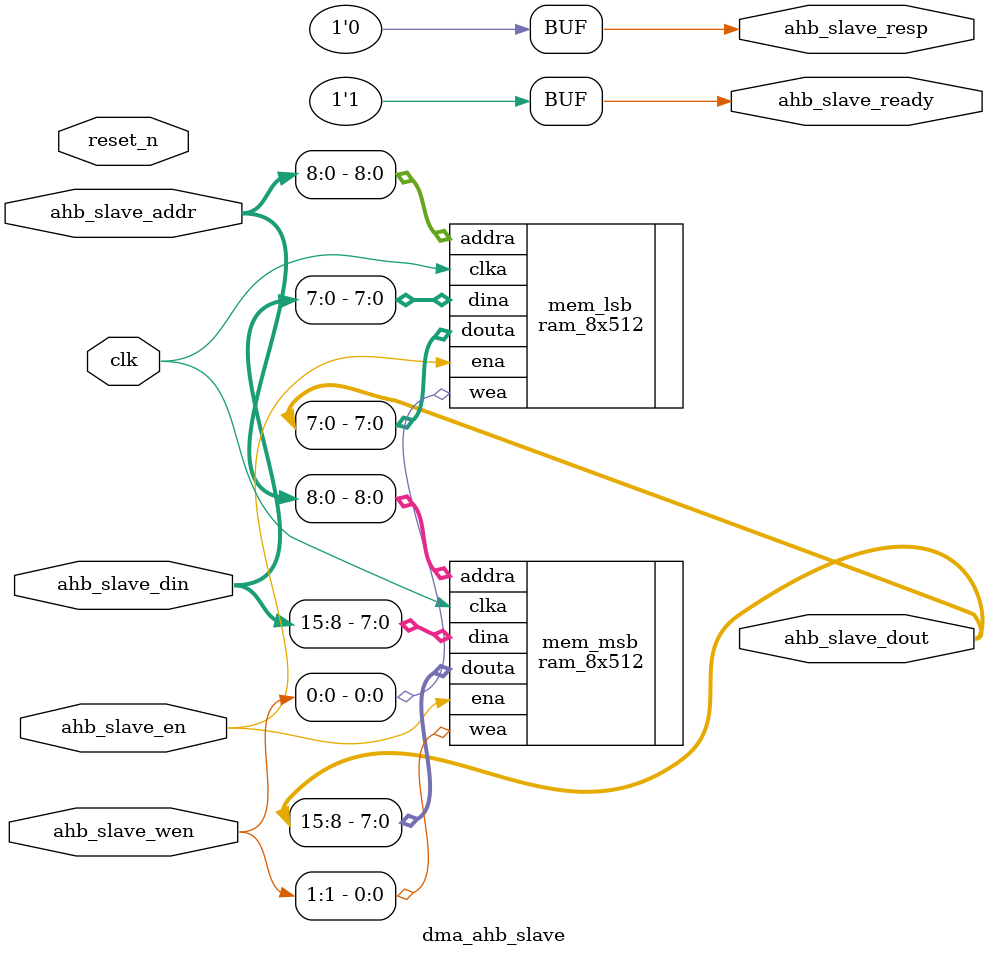
<source format=v>


module dma_ahb_slave(
                        clk,
                        reset_n,
                        ahb_slave_addr,
                        ahb_slave_en,
                        ahb_slave_wen,
                        ahb_slave_din,
                        ahb_slave_ready,
                        ahb_slave_dout,
                        ahb_slave_resp);



input           clk;
input           reset_n;

input  [15:0]   ahb_slave_addr;
input           ahb_slave_en;
input  [1:0]    ahb_slave_wen;
input  [15:0]   ahb_slave_din;

output          ahb_slave_ready;
output          ahb_slave_resp;
output [15:0]   ahb_slave_dout;


assign      ahb_slave_resp  =   1'b0;
assign      ahb_slave_ready =   1'b1;

                        
ram_8x512   mem_msb (
    .addra        (ahb_slave_addr[8:0]),
    .clka         (clk),
    .dina         (ahb_slave_din[15:8]),
    .douta        (ahb_slave_dout[15:8]),
    .ena          (ahb_slave_en),
    .wea          (ahb_slave_wen[1])
);
ram_8x512  mem_lsb (
    .addra        (ahb_slave_addr[8:0]),
    .clka         (clk),
    .dina         (ahb_slave_din[7:0]),
    .douta        (ahb_slave_dout[7:0]),
    .ena          (ahb_slave_en),
    .wea          (ahb_slave_wen[0])
);

endmodule

</source>
